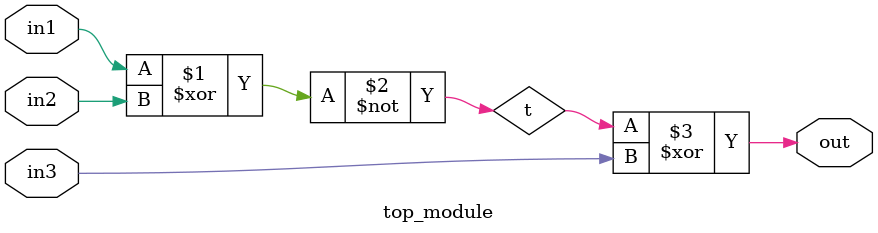
<source format=v>
module top_module (
    input in1,
    input in2,
    input in3,
    output out);

    wire t;
    assign t = ~(in1 ^ in2);
    assign out = t ^ in3;
endmodule


</source>
